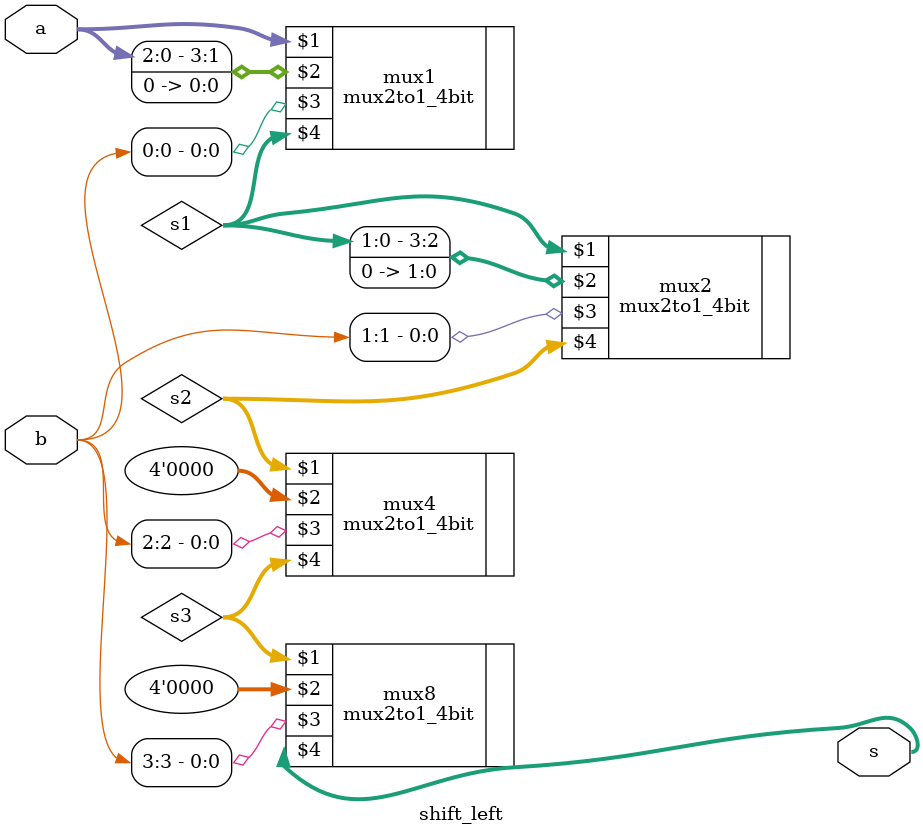
<source format=sv>
module shift_left(a,b,s);
   input logic [3:0] a;
   input logic [3:0] b;

   output logic [3:0] s;
 
   wire logic [3:0] s1, s2, s3;

   
   mux2to1_4bit mux1(a,   {a[2:0],1'b0},  b[0], s1);
   mux2to1_4bit mux2(s1,  {s1[1:0],2'b0}, b[1], s2);
   mux2to1_4bit mux4(s2,  4'b0, b[2],  s3);
   mux2to1_4bit mux8(s3,  4'b0, b[3],  s);
endmodule
</source>
